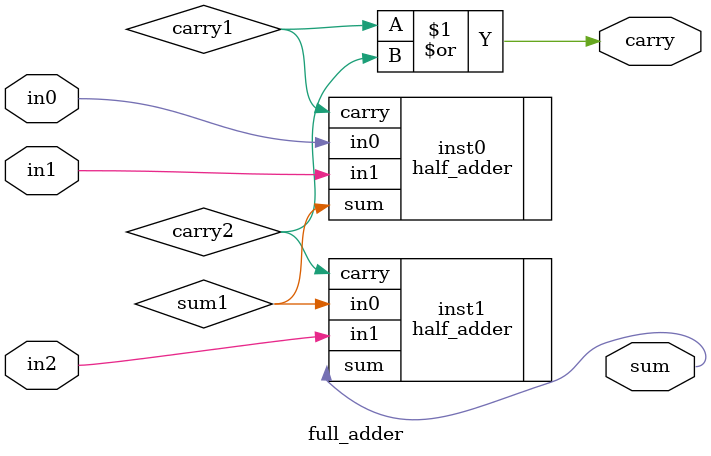
<source format=sv>
module full_adder
(
input in0,
input in1,
input in2,
output sum,
output carry
);

wire sum1;
wire carry1, carry2;



half_adder inst0
(
.in0	(in0),
.in1    (in1),
.sum    (sum1),
.carry  (carry1)
);

half_adder inst1
(
.in0	(sum1),
.in1    (in2),
.sum    (sum),
.carry  (carry2)
);

assign carry = carry1 | carry2;

endmodule
</source>
